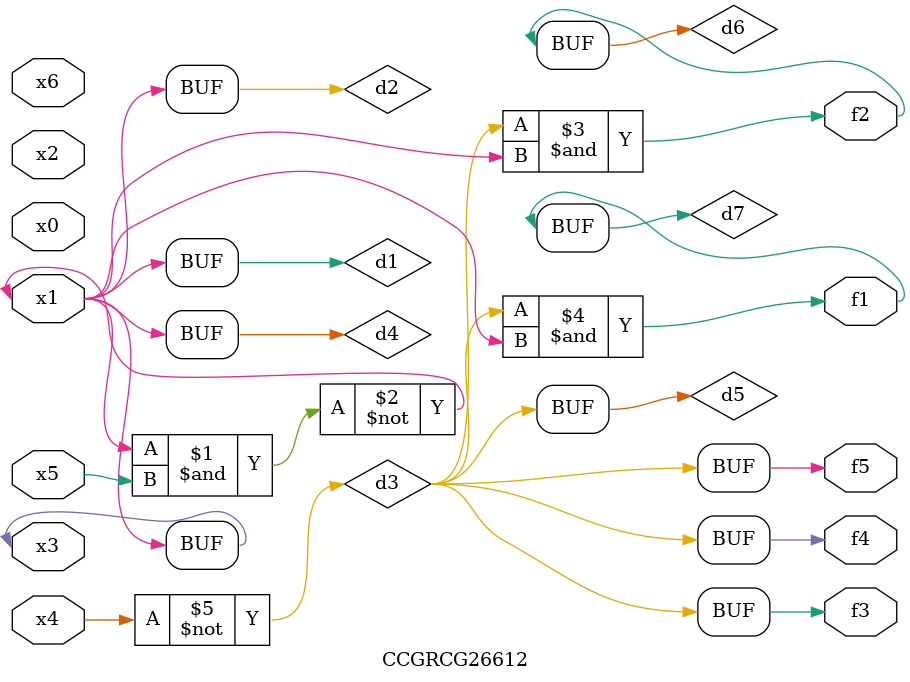
<source format=v>
module CCGRCG26612(
	input x0, x1, x2, x3, x4, x5, x6,
	output f1, f2, f3, f4, f5
);

	wire d1, d2, d3, d4, d5, d6, d7;

	buf (d1, x1, x3);
	nand (d2, x1, x5);
	not (d3, x4);
	buf (d4, d1, d2);
	buf (d5, d3);
	and (d6, d3, d4);
	and (d7, d3, d4);
	assign f1 = d7;
	assign f2 = d6;
	assign f3 = d5;
	assign f4 = d5;
	assign f5 = d5;
endmodule

</source>
